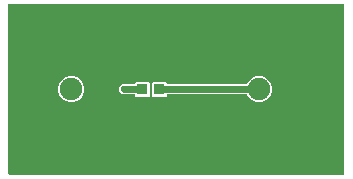
<source format=gtl>
G04 EAGLE Gerber RS-274X export*
G75*
%MOMM*%
%FSLAX34Y34*%
%LPD*%
%INTop Copper*%
%IPPOS*%
%AMOC8*
5,1,8,0,0,1.08239X$1,22.5*%
G01*
%ADD10C,1.905000*%
%ADD11P,2.749271X8X202.500000*%
%ADD12P,2.749271X8X22.500000*%
%ADD13R,0.950000X0.950000*%
%ADD14C,0.654000*%
%ADD15C,0.558800*%
%ADD16C,0.558800*%

G36*
X287548Y3814D02*
X287548Y3814D01*
X287567Y3812D01*
X287669Y3834D01*
X287771Y3850D01*
X287788Y3860D01*
X287808Y3864D01*
X287897Y3917D01*
X287988Y3966D01*
X288002Y3980D01*
X288019Y3990D01*
X288086Y4069D01*
X288158Y4144D01*
X288166Y4162D01*
X288179Y4177D01*
X288218Y4273D01*
X288261Y4367D01*
X288263Y4387D01*
X288271Y4405D01*
X288289Y4572D01*
X288289Y147828D01*
X288286Y147848D01*
X288288Y147867D01*
X288266Y147969D01*
X288250Y148071D01*
X288240Y148088D01*
X288236Y148108D01*
X288183Y148197D01*
X288134Y148288D01*
X288120Y148302D01*
X288110Y148319D01*
X288031Y148386D01*
X287956Y148458D01*
X287938Y148466D01*
X287923Y148479D01*
X287827Y148518D01*
X287733Y148561D01*
X287713Y148563D01*
X287695Y148571D01*
X287528Y148589D01*
X4572Y148589D01*
X4552Y148586D01*
X4533Y148588D01*
X4431Y148566D01*
X4329Y148550D01*
X4312Y148540D01*
X4292Y148536D01*
X4203Y148483D01*
X4112Y148434D01*
X4098Y148420D01*
X4081Y148410D01*
X4014Y148331D01*
X3942Y148256D01*
X3934Y148238D01*
X3921Y148223D01*
X3882Y148127D01*
X3839Y148033D01*
X3837Y148013D01*
X3829Y147995D01*
X3811Y147828D01*
X3811Y4572D01*
X3814Y4552D01*
X3812Y4533D01*
X3834Y4431D01*
X3850Y4329D01*
X3860Y4312D01*
X3864Y4292D01*
X3917Y4203D01*
X3966Y4112D01*
X3980Y4098D01*
X3990Y4081D01*
X4069Y4014D01*
X4144Y3942D01*
X4162Y3934D01*
X4177Y3921D01*
X4273Y3882D01*
X4367Y3839D01*
X4387Y3837D01*
X4405Y3829D01*
X4572Y3811D01*
X287528Y3811D01*
X287548Y3814D01*
G37*
%LPC*%
G36*
X213702Y65150D02*
X213702Y65150D01*
X209641Y66833D01*
X206533Y69941D01*
X205923Y71411D01*
X205861Y71511D01*
X205802Y71611D01*
X205797Y71615D01*
X205794Y71620D01*
X205703Y71695D01*
X205615Y71771D01*
X205609Y71773D01*
X205604Y71777D01*
X205496Y71819D01*
X205387Y71863D01*
X205379Y71864D01*
X205375Y71865D01*
X205356Y71866D01*
X205220Y71881D01*
X138746Y71881D01*
X138726Y71878D01*
X138707Y71880D01*
X138605Y71858D01*
X138503Y71842D01*
X138486Y71832D01*
X138466Y71828D01*
X138377Y71775D01*
X138286Y71726D01*
X138272Y71712D01*
X138255Y71702D01*
X138188Y71623D01*
X138116Y71548D01*
X138108Y71530D01*
X138095Y71515D01*
X138056Y71419D01*
X138013Y71325D01*
X138011Y71305D01*
X138003Y71287D01*
X137985Y71120D01*
X137985Y70818D01*
X137092Y69925D01*
X126328Y69925D01*
X125435Y70818D01*
X125435Y81582D01*
X126328Y82475D01*
X137092Y82475D01*
X137985Y81582D01*
X137985Y81280D01*
X137988Y81260D01*
X137986Y81241D01*
X138008Y81139D01*
X138024Y81037D01*
X138034Y81020D01*
X138038Y81000D01*
X138091Y80911D01*
X138140Y80820D01*
X138154Y80806D01*
X138164Y80789D01*
X138243Y80722D01*
X138318Y80650D01*
X138336Y80642D01*
X138351Y80629D01*
X138447Y80590D01*
X138541Y80547D01*
X138561Y80545D01*
X138579Y80537D01*
X138746Y80519D01*
X205220Y80519D01*
X205335Y80538D01*
X205451Y80555D01*
X205457Y80557D01*
X205463Y80558D01*
X205565Y80613D01*
X205670Y80666D01*
X205675Y80671D01*
X205680Y80674D01*
X205760Y80758D01*
X205843Y80842D01*
X205846Y80848D01*
X205850Y80852D01*
X205857Y80869D01*
X205923Y80989D01*
X206533Y82459D01*
X209641Y85567D01*
X213702Y87250D01*
X218098Y87250D01*
X222159Y85567D01*
X225267Y82459D01*
X226950Y78398D01*
X226950Y74002D01*
X225267Y69941D01*
X222159Y66833D01*
X218098Y65150D01*
X213702Y65150D01*
G37*
%LPD*%
%LPC*%
G36*
X54952Y65150D02*
X54952Y65150D01*
X50891Y66833D01*
X47783Y69941D01*
X46100Y74002D01*
X46100Y78398D01*
X47783Y82459D01*
X50891Y85567D01*
X54952Y87250D01*
X59348Y87250D01*
X63409Y85567D01*
X66517Y82459D01*
X68200Y78398D01*
X68200Y74002D01*
X66517Y69941D01*
X63409Y66833D01*
X59348Y65150D01*
X54952Y65150D01*
G37*
%LPD*%
%LPC*%
G36*
X111828Y69925D02*
X111828Y69925D01*
X110935Y70818D01*
X110935Y71120D01*
X110932Y71140D01*
X110934Y71159D01*
X110912Y71261D01*
X110896Y71363D01*
X110886Y71380D01*
X110882Y71400D01*
X110829Y71489D01*
X110780Y71580D01*
X110766Y71594D01*
X110756Y71611D01*
X110677Y71678D01*
X110602Y71750D01*
X110584Y71758D01*
X110569Y71771D01*
X110473Y71810D01*
X110379Y71853D01*
X110359Y71855D01*
X110341Y71863D01*
X110174Y71881D01*
X99811Y71881D01*
X97281Y74411D01*
X97281Y77989D01*
X99811Y80519D01*
X110174Y80519D01*
X110194Y80522D01*
X110213Y80520D01*
X110315Y80542D01*
X110417Y80558D01*
X110434Y80568D01*
X110454Y80572D01*
X110543Y80625D01*
X110634Y80674D01*
X110648Y80688D01*
X110665Y80698D01*
X110732Y80777D01*
X110804Y80852D01*
X110812Y80870D01*
X110825Y80885D01*
X110864Y80981D01*
X110907Y81075D01*
X110909Y81095D01*
X110917Y81113D01*
X110935Y81280D01*
X110935Y81582D01*
X111828Y82475D01*
X122592Y82475D01*
X123485Y81582D01*
X123485Y70818D01*
X122592Y69925D01*
X111828Y69925D01*
G37*
%LPD*%
D10*
X57150Y76200D03*
D11*
X82550Y50800D03*
X82550Y101600D03*
X31750Y101600D03*
X31750Y50800D03*
D10*
X215900Y76200D03*
D12*
X185900Y106200D03*
X245900Y106200D03*
X245900Y46200D03*
X185900Y46200D03*
D13*
X117210Y76200D03*
X131710Y76200D03*
D14*
X101600Y88900D03*
X101600Y63500D03*
X152400Y88900D03*
X152400Y63500D03*
X177800Y88900D03*
X177800Y63500D03*
X57150Y119380D03*
X68873Y112461D03*
X68978Y40318D03*
X57260Y33365D03*
X45537Y40284D03*
X21151Y64600D03*
X14197Y76317D03*
X21117Y88040D03*
X45432Y112427D03*
X19050Y12700D03*
X44450Y12700D03*
X69850Y12700D03*
X95250Y12700D03*
X146050Y12700D03*
X171450Y12700D03*
X196850Y12700D03*
X222250Y12700D03*
X247650Y12700D03*
X273050Y12700D03*
X19050Y139700D03*
X44450Y139700D03*
X69850Y139700D03*
X95250Y139700D03*
X146050Y139700D03*
X171450Y139700D03*
X196850Y139700D03*
X222250Y139700D03*
X247650Y139700D03*
X273050Y139700D03*
X19050Y114300D03*
X19050Y38100D03*
X273050Y114300D03*
X273050Y38100D03*
X273050Y63500D03*
X273050Y88900D03*
X127000Y88900D03*
X127000Y63500D03*
X215900Y114300D03*
X227674Y112460D03*
X252180Y88056D03*
X254068Y76290D03*
X252229Y64516D03*
X227825Y40010D03*
X216058Y38122D03*
X204284Y39961D03*
X204134Y112411D03*
X120650Y139700D03*
X120650Y12700D03*
D15*
X117210Y76200D02*
X107950Y76200D01*
D16*
X107950Y76200D03*
X101600Y76200D03*
D15*
X107950Y76200D01*
X140970Y76200D02*
X215900Y76200D01*
X140970Y76200D02*
X131710Y76200D01*
D16*
X140970Y76200D03*
X147320Y76200D03*
M02*

</source>
